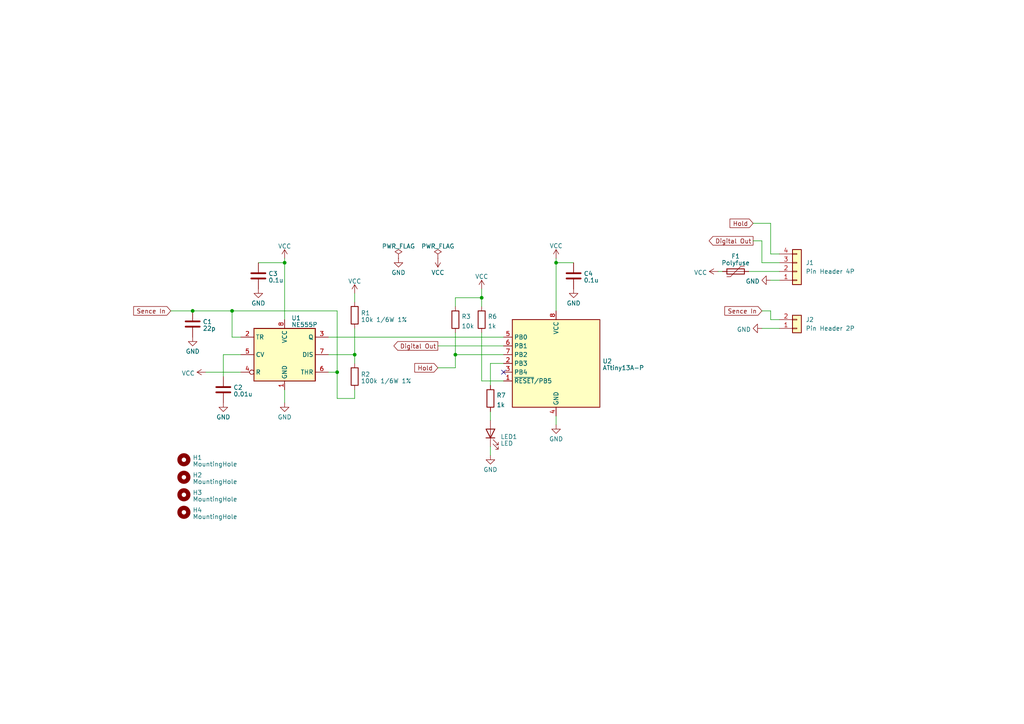
<source format=kicad_sch>
(kicad_sch (version 20230121) (generator eeschema)

  (uuid b9985fc6-a3f4-4e88-a83c-f75479cecfba)

  (paper "A4")

  (title_block
    (title "Capacitive Rain Sensor Detector")
    (rev "1.00")
  )

  (lib_symbols
    (symbol "Connector_Generic:Conn_01x02" (pin_names (offset 1.016) hide) (in_bom yes) (on_board yes)
      (property "Reference" "J" (at 0 2.54 0)
        (effects (font (size 1.27 1.27)))
      )
      (property "Value" "Conn_01x02" (at 0 -5.08 0)
        (effects (font (size 1.27 1.27)))
      )
      (property "Footprint" "" (at 0 0 0)
        (effects (font (size 1.27 1.27)) hide)
      )
      (property "Datasheet" "~" (at 0 0 0)
        (effects (font (size 1.27 1.27)) hide)
      )
      (property "ki_keywords" "connector" (at 0 0 0)
        (effects (font (size 1.27 1.27)) hide)
      )
      (property "ki_description" "Generic connector, single row, 01x02, script generated (kicad-library-utils/schlib/autogen/connector/)" (at 0 0 0)
        (effects (font (size 1.27 1.27)) hide)
      )
      (property "ki_fp_filters" "Connector*:*_1x??_*" (at 0 0 0)
        (effects (font (size 1.27 1.27)) hide)
      )
      (symbol "Conn_01x02_1_1"
        (rectangle (start -1.27 -2.413) (end 0 -2.667)
          (stroke (width 0.1524) (type default))
          (fill (type none))
        )
        (rectangle (start -1.27 0.127) (end 0 -0.127)
          (stroke (width 0.1524) (type default))
          (fill (type none))
        )
        (rectangle (start -1.27 1.27) (end 1.27 -3.81)
          (stroke (width 0.254) (type default))
          (fill (type background))
        )
        (pin passive line (at -5.08 0 0) (length 3.81)
          (name "Pin_1" (effects (font (size 1.27 1.27))))
          (number "1" (effects (font (size 1.27 1.27))))
        )
        (pin passive line (at -5.08 -2.54 0) (length 3.81)
          (name "Pin_2" (effects (font (size 1.27 1.27))))
          (number "2" (effects (font (size 1.27 1.27))))
        )
      )
    )
    (symbol "Connector_Generic:Conn_01x04" (pin_names (offset 1.016) hide) (in_bom yes) (on_board yes)
      (property "Reference" "J" (at 0 5.08 0)
        (effects (font (size 1.27 1.27)))
      )
      (property "Value" "Conn_01x04" (at 0 -7.62 0)
        (effects (font (size 1.27 1.27)))
      )
      (property "Footprint" "" (at 0 0 0)
        (effects (font (size 1.27 1.27)) hide)
      )
      (property "Datasheet" "~" (at 0 0 0)
        (effects (font (size 1.27 1.27)) hide)
      )
      (property "ki_keywords" "connector" (at 0 0 0)
        (effects (font (size 1.27 1.27)) hide)
      )
      (property "ki_description" "Generic connector, single row, 01x04, script generated (kicad-library-utils/schlib/autogen/connector/)" (at 0 0 0)
        (effects (font (size 1.27 1.27)) hide)
      )
      (property "ki_fp_filters" "Connector*:*_1x??_*" (at 0 0 0)
        (effects (font (size 1.27 1.27)) hide)
      )
      (symbol "Conn_01x04_1_1"
        (rectangle (start -1.27 -4.953) (end 0 -5.207)
          (stroke (width 0.1524) (type default))
          (fill (type none))
        )
        (rectangle (start -1.27 -2.413) (end 0 -2.667)
          (stroke (width 0.1524) (type default))
          (fill (type none))
        )
        (rectangle (start -1.27 0.127) (end 0 -0.127)
          (stroke (width 0.1524) (type default))
          (fill (type none))
        )
        (rectangle (start -1.27 2.667) (end 0 2.413)
          (stroke (width 0.1524) (type default))
          (fill (type none))
        )
        (rectangle (start -1.27 3.81) (end 1.27 -6.35)
          (stroke (width 0.254) (type default))
          (fill (type background))
        )
        (pin passive line (at -5.08 2.54 0) (length 3.81)
          (name "Pin_1" (effects (font (size 1.27 1.27))))
          (number "1" (effects (font (size 1.27 1.27))))
        )
        (pin passive line (at -5.08 0 0) (length 3.81)
          (name "Pin_2" (effects (font (size 1.27 1.27))))
          (number "2" (effects (font (size 1.27 1.27))))
        )
        (pin passive line (at -5.08 -2.54 0) (length 3.81)
          (name "Pin_3" (effects (font (size 1.27 1.27))))
          (number "3" (effects (font (size 1.27 1.27))))
        )
        (pin passive line (at -5.08 -5.08 0) (length 3.81)
          (name "Pin_4" (effects (font (size 1.27 1.27))))
          (number "4" (effects (font (size 1.27 1.27))))
        )
      )
    )
    (symbol "Device:C" (pin_numbers hide) (pin_names (offset 0.254)) (in_bom yes) (on_board yes)
      (property "Reference" "C" (at 0.635 2.54 0)
        (effects (font (size 1.27 1.27)) (justify left))
      )
      (property "Value" "C" (at 0.635 -2.54 0)
        (effects (font (size 1.27 1.27)) (justify left))
      )
      (property "Footprint" "" (at 0.9652 -3.81 0)
        (effects (font (size 1.27 1.27)) hide)
      )
      (property "Datasheet" "~" (at 0 0 0)
        (effects (font (size 1.27 1.27)) hide)
      )
      (property "ki_keywords" "cap capacitor" (at 0 0 0)
        (effects (font (size 1.27 1.27)) hide)
      )
      (property "ki_description" "Unpolarized capacitor" (at 0 0 0)
        (effects (font (size 1.27 1.27)) hide)
      )
      (property "ki_fp_filters" "C_*" (at 0 0 0)
        (effects (font (size 1.27 1.27)) hide)
      )
      (symbol "C_0_1"
        (polyline
          (pts
            (xy -2.032 -0.762)
            (xy 2.032 -0.762)
          )
          (stroke (width 0.508) (type default))
          (fill (type none))
        )
        (polyline
          (pts
            (xy -2.032 0.762)
            (xy 2.032 0.762)
          )
          (stroke (width 0.508) (type default))
          (fill (type none))
        )
      )
      (symbol "C_1_1"
        (pin passive line (at 0 3.81 270) (length 2.794)
          (name "~" (effects (font (size 1.27 1.27))))
          (number "1" (effects (font (size 1.27 1.27))))
        )
        (pin passive line (at 0 -3.81 90) (length 2.794)
          (name "~" (effects (font (size 1.27 1.27))))
          (number "2" (effects (font (size 1.27 1.27))))
        )
      )
    )
    (symbol "Device:LED" (pin_numbers hide) (pin_names (offset 1.016) hide) (in_bom yes) (on_board yes)
      (property "Reference" "D" (at 0 2.54 0)
        (effects (font (size 1.27 1.27)))
      )
      (property "Value" "LED" (at 0 -2.54 0)
        (effects (font (size 1.27 1.27)))
      )
      (property "Footprint" "" (at 0 0 0)
        (effects (font (size 1.27 1.27)) hide)
      )
      (property "Datasheet" "~" (at 0 0 0)
        (effects (font (size 1.27 1.27)) hide)
      )
      (property "ki_keywords" "LED diode" (at 0 0 0)
        (effects (font (size 1.27 1.27)) hide)
      )
      (property "ki_description" "Light emitting diode" (at 0 0 0)
        (effects (font (size 1.27 1.27)) hide)
      )
      (property "ki_fp_filters" "LED* LED_SMD:* LED_THT:*" (at 0 0 0)
        (effects (font (size 1.27 1.27)) hide)
      )
      (symbol "LED_0_1"
        (polyline
          (pts
            (xy -1.27 -1.27)
            (xy -1.27 1.27)
          )
          (stroke (width 0.254) (type default))
          (fill (type none))
        )
        (polyline
          (pts
            (xy -1.27 0)
            (xy 1.27 0)
          )
          (stroke (width 0) (type default))
          (fill (type none))
        )
        (polyline
          (pts
            (xy 1.27 -1.27)
            (xy 1.27 1.27)
            (xy -1.27 0)
            (xy 1.27 -1.27)
          )
          (stroke (width 0.254) (type default))
          (fill (type none))
        )
        (polyline
          (pts
            (xy -3.048 -0.762)
            (xy -4.572 -2.286)
            (xy -3.81 -2.286)
            (xy -4.572 -2.286)
            (xy -4.572 -1.524)
          )
          (stroke (width 0) (type default))
          (fill (type none))
        )
        (polyline
          (pts
            (xy -1.778 -0.762)
            (xy -3.302 -2.286)
            (xy -2.54 -2.286)
            (xy -3.302 -2.286)
            (xy -3.302 -1.524)
          )
          (stroke (width 0) (type default))
          (fill (type none))
        )
      )
      (symbol "LED_1_1"
        (pin passive line (at -3.81 0 0) (length 2.54)
          (name "K" (effects (font (size 1.27 1.27))))
          (number "1" (effects (font (size 1.27 1.27))))
        )
        (pin passive line (at 3.81 0 180) (length 2.54)
          (name "A" (effects (font (size 1.27 1.27))))
          (number "2" (effects (font (size 1.27 1.27))))
        )
      )
    )
    (symbol "Device:Polyfuse" (pin_numbers hide) (pin_names (offset 0)) (in_bom yes) (on_board yes)
      (property "Reference" "F" (at -2.54 0 90)
        (effects (font (size 1.27 1.27)))
      )
      (property "Value" "Polyfuse" (at 2.54 0 90)
        (effects (font (size 1.27 1.27)))
      )
      (property "Footprint" "" (at 1.27 -5.08 0)
        (effects (font (size 1.27 1.27)) (justify left) hide)
      )
      (property "Datasheet" "~" (at 0 0 0)
        (effects (font (size 1.27 1.27)) hide)
      )
      (property "ki_keywords" "resettable fuse PTC PPTC polyfuse polyswitch" (at 0 0 0)
        (effects (font (size 1.27 1.27)) hide)
      )
      (property "ki_description" "Resettable fuse, polymeric positive temperature coefficient" (at 0 0 0)
        (effects (font (size 1.27 1.27)) hide)
      )
      (property "ki_fp_filters" "*polyfuse* *PTC*" (at 0 0 0)
        (effects (font (size 1.27 1.27)) hide)
      )
      (symbol "Polyfuse_0_1"
        (rectangle (start -0.762 2.54) (end 0.762 -2.54)
          (stroke (width 0.254) (type default))
          (fill (type none))
        )
        (polyline
          (pts
            (xy 0 2.54)
            (xy 0 -2.54)
          )
          (stroke (width 0) (type default))
          (fill (type none))
        )
        (polyline
          (pts
            (xy -1.524 2.54)
            (xy -1.524 1.524)
            (xy 1.524 -1.524)
            (xy 1.524 -2.54)
          )
          (stroke (width 0) (type default))
          (fill (type none))
        )
      )
      (symbol "Polyfuse_1_1"
        (pin passive line (at 0 3.81 270) (length 1.27)
          (name "~" (effects (font (size 1.27 1.27))))
          (number "1" (effects (font (size 1.27 1.27))))
        )
        (pin passive line (at 0 -3.81 90) (length 1.27)
          (name "~" (effects (font (size 1.27 1.27))))
          (number "2" (effects (font (size 1.27 1.27))))
        )
      )
    )
    (symbol "Device:R" (pin_numbers hide) (pin_names (offset 0)) (in_bom yes) (on_board yes)
      (property "Reference" "R" (at 2.032 0 90)
        (effects (font (size 1.27 1.27)))
      )
      (property "Value" "R" (at 0 0 90)
        (effects (font (size 1.27 1.27)))
      )
      (property "Footprint" "" (at -1.778 0 90)
        (effects (font (size 1.27 1.27)) hide)
      )
      (property "Datasheet" "~" (at 0 0 0)
        (effects (font (size 1.27 1.27)) hide)
      )
      (property "ki_keywords" "R res resistor" (at 0 0 0)
        (effects (font (size 1.27 1.27)) hide)
      )
      (property "ki_description" "Resistor" (at 0 0 0)
        (effects (font (size 1.27 1.27)) hide)
      )
      (property "ki_fp_filters" "R_*" (at 0 0 0)
        (effects (font (size 1.27 1.27)) hide)
      )
      (symbol "R_0_1"
        (rectangle (start -1.016 -2.54) (end 1.016 2.54)
          (stroke (width 0.254) (type default))
          (fill (type none))
        )
      )
      (symbol "R_1_1"
        (pin passive line (at 0 3.81 270) (length 1.27)
          (name "~" (effects (font (size 1.27 1.27))))
          (number "1" (effects (font (size 1.27 1.27))))
        )
        (pin passive line (at 0 -3.81 90) (length 1.27)
          (name "~" (effects (font (size 1.27 1.27))))
          (number "2" (effects (font (size 1.27 1.27))))
        )
      )
    )
    (symbol "MCU_Microchip_ATtiny:ATtiny13A-P" (in_bom yes) (on_board yes)
      (property "Reference" "U" (at -12.7 13.97 0)
        (effects (font (size 1.27 1.27)) (justify left bottom))
      )
      (property "Value" "ATtiny13A-P" (at 2.54 -13.97 0)
        (effects (font (size 1.27 1.27)) (justify left top))
      )
      (property "Footprint" "Package_DIP:DIP-8_W7.62mm" (at 0 0 0)
        (effects (font (size 1.27 1.27) italic) hide)
      )
      (property "Datasheet" "http://ww1.microchip.com/downloads/en/DeviceDoc/doc8126.pdf" (at 0 0 0)
        (effects (font (size 1.27 1.27)) hide)
      )
      (property "ki_keywords" "AVR 8bit Microcontroller tinyAVR" (at 0 0 0)
        (effects (font (size 1.27 1.27)) hide)
      )
      (property "ki_description" "20MHz, 1kB Flash, 64B SRAM, 64B EEPROM, debugWIRE, DIP-8" (at 0 0 0)
        (effects (font (size 1.27 1.27)) hide)
      )
      (property "ki_fp_filters" "DIP*W7.62mm*" (at 0 0 0)
        (effects (font (size 1.27 1.27)) hide)
      )
      (symbol "ATtiny13A-P_0_1"
        (rectangle (start -12.7 -12.7) (end 12.7 12.7)
          (stroke (width 0.254) (type default))
          (fill (type background))
        )
      )
      (symbol "ATtiny13A-P_1_1"
        (pin bidirectional line (at 15.24 -5.08 180) (length 2.54)
          (name "~{RESET}/PB5" (effects (font (size 1.27 1.27))))
          (number "1" (effects (font (size 1.27 1.27))))
        )
        (pin bidirectional line (at 15.24 0 180) (length 2.54)
          (name "PB3" (effects (font (size 1.27 1.27))))
          (number "2" (effects (font (size 1.27 1.27))))
        )
        (pin bidirectional line (at 15.24 -2.54 180) (length 2.54)
          (name "PB4" (effects (font (size 1.27 1.27))))
          (number "3" (effects (font (size 1.27 1.27))))
        )
        (pin power_in line (at 0 -15.24 90) (length 2.54)
          (name "GND" (effects (font (size 1.27 1.27))))
          (number "4" (effects (font (size 1.27 1.27))))
        )
        (pin bidirectional line (at 15.24 7.62 180) (length 2.54)
          (name "PB0" (effects (font (size 1.27 1.27))))
          (number "5" (effects (font (size 1.27 1.27))))
        )
        (pin bidirectional line (at 15.24 5.08 180) (length 2.54)
          (name "PB1" (effects (font (size 1.27 1.27))))
          (number "6" (effects (font (size 1.27 1.27))))
        )
        (pin bidirectional line (at 15.24 2.54 180) (length 2.54)
          (name "PB2" (effects (font (size 1.27 1.27))))
          (number "7" (effects (font (size 1.27 1.27))))
        )
        (pin power_in line (at 0 15.24 270) (length 2.54)
          (name "VCC" (effects (font (size 1.27 1.27))))
          (number "8" (effects (font (size 1.27 1.27))))
        )
      )
    )
    (symbol "Mechanical:MountingHole" (pin_names (offset 1.016)) (in_bom yes) (on_board yes)
      (property "Reference" "H" (at 0 5.08 0)
        (effects (font (size 1.27 1.27)))
      )
      (property "Value" "MountingHole" (at 0 3.175 0)
        (effects (font (size 1.27 1.27)))
      )
      (property "Footprint" "" (at 0 0 0)
        (effects (font (size 1.27 1.27)) hide)
      )
      (property "Datasheet" "~" (at 0 0 0)
        (effects (font (size 1.27 1.27)) hide)
      )
      (property "ki_keywords" "mounting hole" (at 0 0 0)
        (effects (font (size 1.27 1.27)) hide)
      )
      (property "ki_description" "Mounting Hole without connection" (at 0 0 0)
        (effects (font (size 1.27 1.27)) hide)
      )
      (property "ki_fp_filters" "MountingHole*" (at 0 0 0)
        (effects (font (size 1.27 1.27)) hide)
      )
      (symbol "MountingHole_0_1"
        (circle (center 0 0) (radius 1.27)
          (stroke (width 1.27) (type default))
          (fill (type none))
        )
      )
    )
    (symbol "Timer:NE555P" (in_bom yes) (on_board yes)
      (property "Reference" "U" (at -10.16 8.89 0)
        (effects (font (size 1.27 1.27)) (justify left))
      )
      (property "Value" "NE555P" (at 2.54 8.89 0)
        (effects (font (size 1.27 1.27)) (justify left))
      )
      (property "Footprint" "Package_DIP:DIP-8_W7.62mm" (at 16.51 -10.16 0)
        (effects (font (size 1.27 1.27)) hide)
      )
      (property "Datasheet" "http://www.ti.com/lit/ds/symlink/ne555.pdf" (at 21.59 -10.16 0)
        (effects (font (size 1.27 1.27)) hide)
      )
      (property "ki_keywords" "single timer 555" (at 0 0 0)
        (effects (font (size 1.27 1.27)) hide)
      )
      (property "ki_description" "Precision Timers, 555 compatible,  PDIP-8" (at 0 0 0)
        (effects (font (size 1.27 1.27)) hide)
      )
      (property "ki_fp_filters" "DIP*W7.62mm*" (at 0 0 0)
        (effects (font (size 1.27 1.27)) hide)
      )
      (symbol "NE555P_0_0"
        (pin power_in line (at 0 -10.16 90) (length 2.54)
          (name "GND" (effects (font (size 1.27 1.27))))
          (number "1" (effects (font (size 1.27 1.27))))
        )
        (pin power_in line (at 0 10.16 270) (length 2.54)
          (name "VCC" (effects (font (size 1.27 1.27))))
          (number "8" (effects (font (size 1.27 1.27))))
        )
      )
      (symbol "NE555P_0_1"
        (rectangle (start -8.89 -7.62) (end 8.89 7.62)
          (stroke (width 0.254) (type default))
          (fill (type background))
        )
        (rectangle (start -8.89 -7.62) (end 8.89 7.62)
          (stroke (width 0.254) (type default))
          (fill (type background))
        )
      )
      (symbol "NE555P_1_1"
        (pin input line (at -12.7 5.08 0) (length 3.81)
          (name "TR" (effects (font (size 1.27 1.27))))
          (number "2" (effects (font (size 1.27 1.27))))
        )
        (pin output line (at 12.7 5.08 180) (length 3.81)
          (name "Q" (effects (font (size 1.27 1.27))))
          (number "3" (effects (font (size 1.27 1.27))))
        )
        (pin input inverted (at -12.7 -5.08 0) (length 3.81)
          (name "R" (effects (font (size 1.27 1.27))))
          (number "4" (effects (font (size 1.27 1.27))))
        )
        (pin input line (at -12.7 0 0) (length 3.81)
          (name "CV" (effects (font (size 1.27 1.27))))
          (number "5" (effects (font (size 1.27 1.27))))
        )
        (pin input line (at 12.7 -5.08 180) (length 3.81)
          (name "THR" (effects (font (size 1.27 1.27))))
          (number "6" (effects (font (size 1.27 1.27))))
        )
        (pin input line (at 12.7 0 180) (length 3.81)
          (name "DIS" (effects (font (size 1.27 1.27))))
          (number "7" (effects (font (size 1.27 1.27))))
        )
      )
    )
    (symbol "power:GND" (power) (pin_names (offset 0)) (in_bom yes) (on_board yes)
      (property "Reference" "#PWR" (at 0 -6.35 0)
        (effects (font (size 1.27 1.27)) hide)
      )
      (property "Value" "GND" (at 0 -3.81 0)
        (effects (font (size 1.27 1.27)))
      )
      (property "Footprint" "" (at 0 0 0)
        (effects (font (size 1.27 1.27)) hide)
      )
      (property "Datasheet" "" (at 0 0 0)
        (effects (font (size 1.27 1.27)) hide)
      )
      (property "ki_keywords" "global power" (at 0 0 0)
        (effects (font (size 1.27 1.27)) hide)
      )
      (property "ki_description" "Power symbol creates a global label with name \"GND\" , ground" (at 0 0 0)
        (effects (font (size 1.27 1.27)) hide)
      )
      (symbol "GND_0_1"
        (polyline
          (pts
            (xy 0 0)
            (xy 0 -1.27)
            (xy 1.27 -1.27)
            (xy 0 -2.54)
            (xy -1.27 -1.27)
            (xy 0 -1.27)
          )
          (stroke (width 0) (type default))
          (fill (type none))
        )
      )
      (symbol "GND_1_1"
        (pin power_in line (at 0 0 270) (length 0) hide
          (name "GND" (effects (font (size 1.27 1.27))))
          (number "1" (effects (font (size 1.27 1.27))))
        )
      )
    )
    (symbol "power:PWR_FLAG" (power) (pin_numbers hide) (pin_names (offset 0) hide) (in_bom yes) (on_board yes)
      (property "Reference" "#FLG" (at 0 1.905 0)
        (effects (font (size 1.27 1.27)) hide)
      )
      (property "Value" "PWR_FLAG" (at 0 3.81 0)
        (effects (font (size 1.27 1.27)))
      )
      (property "Footprint" "" (at 0 0 0)
        (effects (font (size 1.27 1.27)) hide)
      )
      (property "Datasheet" "~" (at 0 0 0)
        (effects (font (size 1.27 1.27)) hide)
      )
      (property "ki_keywords" "flag power" (at 0 0 0)
        (effects (font (size 1.27 1.27)) hide)
      )
      (property "ki_description" "Special symbol for telling ERC where power comes from" (at 0 0 0)
        (effects (font (size 1.27 1.27)) hide)
      )
      (symbol "PWR_FLAG_0_0"
        (pin power_out line (at 0 0 90) (length 0)
          (name "pwr" (effects (font (size 1.27 1.27))))
          (number "1" (effects (font (size 1.27 1.27))))
        )
      )
      (symbol "PWR_FLAG_0_1"
        (polyline
          (pts
            (xy 0 0)
            (xy 0 1.27)
            (xy -1.016 1.905)
            (xy 0 2.54)
            (xy 1.016 1.905)
            (xy 0 1.27)
          )
          (stroke (width 0) (type default))
          (fill (type none))
        )
      )
    )
    (symbol "power:VCC" (power) (pin_names (offset 0)) (in_bom yes) (on_board yes)
      (property "Reference" "#PWR" (at 0 -3.81 0)
        (effects (font (size 1.27 1.27)) hide)
      )
      (property "Value" "VCC" (at 0 3.81 0)
        (effects (font (size 1.27 1.27)))
      )
      (property "Footprint" "" (at 0 0 0)
        (effects (font (size 1.27 1.27)) hide)
      )
      (property "Datasheet" "" (at 0 0 0)
        (effects (font (size 1.27 1.27)) hide)
      )
      (property "ki_keywords" "global power" (at 0 0 0)
        (effects (font (size 1.27 1.27)) hide)
      )
      (property "ki_description" "Power symbol creates a global label with name \"VCC\"" (at 0 0 0)
        (effects (font (size 1.27 1.27)) hide)
      )
      (symbol "VCC_0_1"
        (polyline
          (pts
            (xy -0.762 1.27)
            (xy 0 2.54)
          )
          (stroke (width 0) (type default))
          (fill (type none))
        )
        (polyline
          (pts
            (xy 0 0)
            (xy 0 2.54)
          )
          (stroke (width 0) (type default))
          (fill (type none))
        )
        (polyline
          (pts
            (xy 0 2.54)
            (xy 0.762 1.27)
          )
          (stroke (width 0) (type default))
          (fill (type none))
        )
      )
      (symbol "VCC_1_1"
        (pin power_in line (at 0 0 90) (length 0) hide
          (name "VCC" (effects (font (size 1.27 1.27))))
          (number "1" (effects (font (size 1.27 1.27))))
        )
      )
    )
  )

  (junction (at 161.29 76.2) (diameter 0) (color 0 0 0 0)
    (uuid 1ab6ca7d-3761-4027-91e5-bbd2d0d440c7)
  )
  (junction (at 132.08 102.87) (diameter 0) (color 0 0 0 0)
    (uuid 27239017-ab59-43e1-93ea-8390c8ee78f2)
  )
  (junction (at 97.79 107.95) (diameter 0) (color 0 0 0 0)
    (uuid 2bc534aa-d54a-4161-9393-3a61f588b22e)
  )
  (junction (at 139.7 86.36) (diameter 0) (color 0 0 0 0)
    (uuid 70573af5-30fa-491d-bed7-295bcffdeeb5)
  )
  (junction (at 82.55 76.2) (diameter 0) (color 0 0 0 0)
    (uuid 71b4acf2-9f80-4902-bf17-6eb929bb27b0)
  )
  (junction (at 67.31 90.17) (diameter 0) (color 0 0 0 0)
    (uuid 93679055-3802-486c-921b-e00ee0837933)
  )
  (junction (at 55.88 90.17) (diameter 0) (color 0 0 0 0)
    (uuid 9874420b-3122-4576-9c1a-10b2370bdfef)
  )
  (junction (at 102.87 102.87) (diameter 0) (color 0 0 0 0)
    (uuid f32a8d6f-f753-43cc-96c4-df887cb38f77)
  )

  (no_connect (at 146.05 107.95) (uuid 9335f378-7d14-4efd-984e-25c89376f144))

  (wire (pts (xy 55.88 90.17) (xy 67.31 90.17))
    (stroke (width 0) (type default))
    (uuid 017c3514-f4a3-4910-954a-0da9f3597392)
  )
  (wire (pts (xy 102.87 115.57) (xy 97.79 115.57))
    (stroke (width 0) (type default))
    (uuid 073b9a16-9215-407e-ba5d-cbf05ef95d40)
  )
  (wire (pts (xy 67.31 90.17) (xy 97.79 90.17))
    (stroke (width 0) (type default))
    (uuid 083a6602-4605-4cb8-9783-b2b46c85e331)
  )
  (wire (pts (xy 95.25 102.87) (xy 102.87 102.87))
    (stroke (width 0) (type default))
    (uuid 0a146dfc-2a2b-455a-b384-83a47c8ee192)
  )
  (wire (pts (xy 64.77 102.87) (xy 69.85 102.87))
    (stroke (width 0) (type default))
    (uuid 0ac0ed7d-11a8-446a-9dad-c420ff7021db)
  )
  (wire (pts (xy 102.87 113.03) (xy 102.87 115.57))
    (stroke (width 0) (type default))
    (uuid 0d5ea4a7-5c8f-44c0-9049-05f0f49c4783)
  )
  (wire (pts (xy 223.52 73.66) (xy 226.06 73.66))
    (stroke (width 0) (type default))
    (uuid 0e53a961-73c8-47ce-b9a2-d3d757bb95c4)
  )
  (wire (pts (xy 142.24 121.92) (xy 142.24 119.38))
    (stroke (width 0) (type default))
    (uuid 16945273-29b3-412d-9055-ee0c9896386e)
  )
  (wire (pts (xy 97.79 115.57) (xy 97.79 107.95))
    (stroke (width 0) (type default))
    (uuid 1c7fd46f-4d8e-4066-b4ff-6845c42e176e)
  )
  (wire (pts (xy 217.17 78.74) (xy 226.06 78.74))
    (stroke (width 0) (type default))
    (uuid 1dbe990c-5798-4171-b3a0-061550534993)
  )
  (wire (pts (xy 82.55 76.2) (xy 82.55 92.71))
    (stroke (width 0) (type default))
    (uuid 1eba2146-83b4-49d7-80d3-c64815eb293e)
  )
  (wire (pts (xy 139.7 110.49) (xy 146.05 110.49))
    (stroke (width 0) (type default))
    (uuid 224733b8-1960-48de-b344-66aec2b7391d)
  )
  (wire (pts (xy 220.98 90.17) (xy 223.52 90.17))
    (stroke (width 0) (type default))
    (uuid 228d8b37-fd24-48df-aa1e-2201c9da10c1)
  )
  (wire (pts (xy 102.87 102.87) (xy 102.87 105.41))
    (stroke (width 0) (type default))
    (uuid 24eb0f46-0946-4904-acda-515959528ed8)
  )
  (wire (pts (xy 223.52 90.17) (xy 223.52 92.71))
    (stroke (width 0) (type default))
    (uuid 26f55cdd-0ac7-42c4-b0de-5f2f8c9df88a)
  )
  (wire (pts (xy 82.55 74.93) (xy 82.55 76.2))
    (stroke (width 0) (type default))
    (uuid 2be1b9f5-4582-4523-b3bf-2ef54be5ef3d)
  )
  (wire (pts (xy 95.25 97.79) (xy 146.05 97.79))
    (stroke (width 0) (type default))
    (uuid 2cf0bcfd-5dbd-4c21-a230-11d125af8cd9)
  )
  (wire (pts (xy 223.52 64.77) (xy 223.52 73.66))
    (stroke (width 0) (type default))
    (uuid 394bb550-be17-4d05-a2b2-97508d11f78a)
  )
  (wire (pts (xy 59.69 107.95) (xy 69.85 107.95))
    (stroke (width 0) (type default))
    (uuid 3c9df542-31e9-434a-9c6b-9863bcef0d36)
  )
  (wire (pts (xy 132.08 102.87) (xy 132.08 106.68))
    (stroke (width 0) (type default))
    (uuid 3cbac628-05e1-412f-a073-17de0f9e205e)
  )
  (wire (pts (xy 139.7 86.36) (xy 139.7 88.9))
    (stroke (width 0) (type default))
    (uuid 404f5bdf-cd6b-4952-a01a-113b2bb04569)
  )
  (wire (pts (xy 161.29 76.2) (xy 161.29 90.17))
    (stroke (width 0) (type default))
    (uuid 48005f12-1ebd-4dfc-9bc4-32c66447c0eb)
  )
  (wire (pts (xy 220.98 76.2) (xy 226.06 76.2))
    (stroke (width 0) (type default))
    (uuid 516f55b7-fe6b-45ae-948e-3f20e8e804dd)
  )
  (wire (pts (xy 142.24 132.08) (xy 142.24 129.54))
    (stroke (width 0) (type default))
    (uuid 58fbc3e5-39fa-4b1a-8a7e-d82035092b2a)
  )
  (wire (pts (xy 161.29 76.2) (xy 166.37 76.2))
    (stroke (width 0) (type default))
    (uuid 59d8a36d-a4e9-4b9b-83e9-064d7dba7972)
  )
  (wire (pts (xy 49.53 90.17) (xy 55.88 90.17))
    (stroke (width 0) (type default))
    (uuid 5b3a256e-bb56-4056-be9d-c5dd014c2243)
  )
  (wire (pts (xy 139.7 96.52) (xy 139.7 110.49))
    (stroke (width 0) (type default))
    (uuid 6058cf38-478e-4c6a-ba98-13beda1b5824)
  )
  (wire (pts (xy 82.55 113.03) (xy 82.55 116.84))
    (stroke (width 0) (type default))
    (uuid 627e7c6b-911e-418f-bcbd-eb691287c187)
  )
  (wire (pts (xy 64.77 109.22) (xy 64.77 102.87))
    (stroke (width 0) (type default))
    (uuid 652257d1-39c5-4790-9642-f4bac942d4b2)
  )
  (wire (pts (xy 146.05 105.41) (xy 142.24 105.41))
    (stroke (width 0) (type default))
    (uuid 6d929de8-0a9c-40de-9715-d551f6db2582)
  )
  (wire (pts (xy 226.06 81.28) (xy 223.52 81.28))
    (stroke (width 0) (type default))
    (uuid 75d7632a-b983-440b-a06e-89525d715a52)
  )
  (wire (pts (xy 97.79 90.17) (xy 97.79 107.95))
    (stroke (width 0) (type default))
    (uuid 81cd1490-c593-4d47-ab28-7447c0996b12)
  )
  (wire (pts (xy 67.31 97.79) (xy 67.31 90.17))
    (stroke (width 0) (type default))
    (uuid 855b73af-7529-480d-88d1-b8e816683f5a)
  )
  (wire (pts (xy 102.87 95.25) (xy 102.87 102.87))
    (stroke (width 0) (type default))
    (uuid 88052c1a-7d07-418c-99c2-04700b61762b)
  )
  (wire (pts (xy 161.29 123.19) (xy 161.29 120.65))
    (stroke (width 0) (type default))
    (uuid 8b22ae0e-85f4-44de-b453-adb2ca546743)
  )
  (wire (pts (xy 220.98 69.85) (xy 220.98 76.2))
    (stroke (width 0) (type default))
    (uuid 9328ca50-009a-404d-8f29-eaa781a146e8)
  )
  (wire (pts (xy 74.93 76.2) (xy 82.55 76.2))
    (stroke (width 0) (type default))
    (uuid aa0a352b-c7f6-4716-9b41-0b2ef62351a8)
  )
  (wire (pts (xy 142.24 105.41) (xy 142.24 111.76))
    (stroke (width 0) (type default))
    (uuid b1c816bc-1e90-4321-b841-4a1f0742d340)
  )
  (wire (pts (xy 102.87 85.09) (xy 102.87 87.63))
    (stroke (width 0) (type default))
    (uuid b49b0241-9337-4fbd-8018-89b0a6fbc659)
  )
  (wire (pts (xy 220.98 95.25) (xy 226.06 95.25))
    (stroke (width 0) (type default))
    (uuid b5166bd0-3fcc-4e3d-a9b7-40c99c760afb)
  )
  (wire (pts (xy 223.52 92.71) (xy 226.06 92.71))
    (stroke (width 0) (type default))
    (uuid bb4615c2-b0c9-4461-bc9a-f0be236016cf)
  )
  (wire (pts (xy 161.29 74.93) (xy 161.29 76.2))
    (stroke (width 0) (type default))
    (uuid bc1e4cfe-e80a-4c92-8a2a-213542a751b5)
  )
  (wire (pts (xy 127 106.68) (xy 132.08 106.68))
    (stroke (width 0) (type default))
    (uuid cc9c0778-9833-4c2c-b8fd-ad6f752ac88f)
  )
  (wire (pts (xy 132.08 88.9) (xy 132.08 86.36))
    (stroke (width 0) (type default))
    (uuid cd4be7b5-0708-41cf-bb02-a6b1faf4482a)
  )
  (wire (pts (xy 218.44 69.85) (xy 220.98 69.85))
    (stroke (width 0) (type default))
    (uuid cfd59571-399d-4d86-8b31-09fc13c0faab)
  )
  (wire (pts (xy 132.08 102.87) (xy 146.05 102.87))
    (stroke (width 0) (type default))
    (uuid d7d11e1c-d959-438e-a5bf-6ae51664af75)
  )
  (wire (pts (xy 218.44 64.77) (xy 223.52 64.77))
    (stroke (width 0) (type default))
    (uuid de272b7a-addb-48e1-b46f-b7c52fd02ad3)
  )
  (wire (pts (xy 69.85 97.79) (xy 67.31 97.79))
    (stroke (width 0) (type default))
    (uuid e301a34f-97fc-4350-864f-a34b1a4901bf)
  )
  (wire (pts (xy 97.79 107.95) (xy 95.25 107.95))
    (stroke (width 0) (type default))
    (uuid ec2cfd98-9cbb-4281-aa3d-9d15e92b972f)
  )
  (wire (pts (xy 139.7 83.82) (xy 139.7 86.36))
    (stroke (width 0) (type default))
    (uuid ef5351ef-0d61-410b-818b-37421e0232b2)
  )
  (wire (pts (xy 208.28 78.74) (xy 209.55 78.74))
    (stroke (width 0) (type default))
    (uuid efcb6113-6759-4b9d-936e-a6b008c3b680)
  )
  (wire (pts (xy 127 100.33) (xy 146.05 100.33))
    (stroke (width 0) (type default))
    (uuid f7b1f2c3-f78f-491a-bf56-8910906c1b86)
  )
  (wire (pts (xy 132.08 96.52) (xy 132.08 102.87))
    (stroke (width 0) (type default))
    (uuid fa168b68-a197-43e7-8af0-2ed1c9210751)
  )
  (wire (pts (xy 132.08 86.36) (xy 139.7 86.36))
    (stroke (width 0) (type default))
    (uuid fc16b501-2b1c-4fa5-a5a0-fe88f0a9901e)
  )

  (global_label "Sence In" (shape input) (at 220.98 90.17 180) (fields_autoplaced)
    (effects (font (size 1.27 1.27)) (justify right))
    (uuid 02839eb4-740c-4643-9242-febd63a39bad)
    (property "Intersheetrefs" "${INTERSHEET_REFS}" (at 209.9341 90.17 0)
      (effects (font (size 1.27 1.27)) (justify right) hide)
    )
  )
  (global_label "Digital Out" (shape output) (at 218.44 69.85 180) (fields_autoplaced)
    (effects (font (size 1.27 1.27)) (justify right))
    (uuid 1e9395b0-733c-4ed1-905e-40f50c49f0ae)
    (property "Intersheetrefs" "${INTERSHEET_REFS}" (at 205.3985 69.85 0)
      (effects (font (size 1.27 1.27)) (justify right) hide)
    )
  )
  (global_label "Digital Out" (shape output) (at 127 100.33 180) (fields_autoplaced)
    (effects (font (size 1.27 1.27)) (justify right))
    (uuid 4697e97e-6a0a-4fb0-bdf9-99bc21ed6c36)
    (property "Intersheetrefs" "${INTERSHEET_REFS}" (at 113.9585 100.33 0)
      (effects (font (size 1.27 1.27)) (justify right) hide)
    )
  )
  (global_label "Hold" (shape input) (at 218.44 64.77 180) (fields_autoplaced)
    (effects (font (size 1.27 1.27)) (justify right))
    (uuid 54237992-2667-4648-8690-7a97dcfd6958)
    (property "Intersheetrefs" "${INTERSHEET_REFS}" (at 211.2405 64.77 0)
      (effects (font (size 1.27 1.27)) (justify right) hide)
    )
  )
  (global_label "Sence In" (shape input) (at 49.53 90.17 180) (fields_autoplaced)
    (effects (font (size 1.27 1.27)) (justify right))
    (uuid c45401e1-250d-40aa-a7a1-84cd7d4410ff)
    (property "Intersheetrefs" "${INTERSHEET_REFS}" (at 38.4841 90.17 0)
      (effects (font (size 1.27 1.27)) (justify right) hide)
    )
  )
  (global_label "Hold" (shape input) (at 127 106.68 180) (fields_autoplaced)
    (effects (font (size 1.27 1.27)) (justify right))
    (uuid f002b1ea-8f8d-440b-ade3-bf28e27efd7d)
    (property "Intersheetrefs" "${INTERSHEET_REFS}" (at 119.8005 106.68 0)
      (effects (font (size 1.27 1.27)) (justify right) hide)
    )
  )

  (symbol (lib_id "power:VCC") (at 127 74.93 180) (unit 1)
    (in_bom yes) (on_board yes) (dnp no) (fields_autoplaced)
    (uuid 013c5470-3b4e-4e40-8d76-682c4b042302)
    (property "Reference" "#PWR015" (at 127 71.12 0)
      (effects (font (size 1.27 1.27)) hide)
    )
    (property "Value" "VCC" (at 127 79.0655 0)
      (effects (font (size 1.27 1.27)))
    )
    (property "Footprint" "" (at 127 74.93 0)
      (effects (font (size 1.27 1.27)) hide)
    )
    (property "Datasheet" "" (at 127 74.93 0)
      (effects (font (size 1.27 1.27)) hide)
    )
    (pin "1" (uuid beffef50-de70-481b-929b-d6ed9d92f590))
    (instances
      (project "rain-cap-detector"
        (path "/b9985fc6-a3f4-4e88-a83c-f75479cecfba"
          (reference "#PWR015") (unit 1)
        )
      )
    )
  )

  (symbol (lib_id "Connector_Generic:Conn_01x04") (at 231.14 78.74 0) (mirror x) (unit 1)
    (in_bom yes) (on_board yes) (dnp no)
    (uuid 0251f6c6-7932-4ddf-8daa-2ec14d084fbd)
    (property "Reference" "J1" (at 233.68 76.2 0)
      (effects (font (size 1.27 1.27)) (justify left))
    )
    (property "Value" "Pin Header 4P" (at 233.68 78.74 0)
      (effects (font (size 1.27 1.27)) (justify left))
    )
    (property "Footprint" "Connector_PinHeader_2.54mm:PinHeader_1x04_P2.54mm_Vertical" (at 231.14 78.74 0)
      (effects (font (size 1.27 1.27)) hide)
    )
    (property "Datasheet" "~" (at 231.14 78.74 0)
      (effects (font (size 1.27 1.27)) hide)
    )
    (pin "1" (uuid 44f3054d-e5ea-4a30-8a6c-c46b92c5d529))
    (pin "2" (uuid ccda1c82-fbaf-4d26-89df-e1745c799be2))
    (pin "3" (uuid 90528a7d-a06a-42f3-adc2-d6af6a72fb6d))
    (pin "4" (uuid edc51596-93b9-4a01-a97c-bd3e228cc1af))
    (instances
      (project "rain-cap-detector"
        (path "/b9985fc6-a3f4-4e88-a83c-f75479cecfba"
          (reference "J1") (unit 1)
        )
      )
    )
  )

  (symbol (lib_id "Device:R") (at 102.87 91.44 0) (unit 1)
    (in_bom yes) (on_board yes) (dnp no) (fields_autoplaced)
    (uuid 08aea2b7-bb2a-4e44-804d-b2816594c40f)
    (property "Reference" "R1" (at 104.648 90.7963 0)
      (effects (font (size 1.27 1.27)) (justify left))
    )
    (property "Value" "10k 1/6W 1%" (at 104.648 92.7173 0)
      (effects (font (size 1.27 1.27)) (justify left))
    )
    (property "Footprint" "Resistor_THT:R_Axial_DIN0204_L3.6mm_D1.6mm_P5.08mm_Horizontal" (at 101.092 91.44 90)
      (effects (font (size 1.27 1.27)) hide)
    )
    (property "Datasheet" "~" (at 102.87 91.44 0)
      (effects (font (size 1.27 1.27)) hide)
    )
    (pin "1" (uuid dd4dc2d7-eba1-4fa1-af56-7182e2092952))
    (pin "2" (uuid fd5a7ef7-edb1-483e-950c-8e411aab551b))
    (instances
      (project "rain-cap-detector"
        (path "/b9985fc6-a3f4-4e88-a83c-f75479cecfba"
          (reference "R1") (unit 1)
        )
      )
    )
  )

  (symbol (lib_id "power:GND") (at 161.29 123.19 0) (unit 1)
    (in_bom yes) (on_board yes) (dnp no) (fields_autoplaced)
    (uuid 1d4f7045-d424-48a2-9dfa-831d61439ad0)
    (property "Reference" "#PWR08" (at 161.29 129.54 0)
      (effects (font (size 1.27 1.27)) hide)
    )
    (property "Value" "GND" (at 161.29 127.3255 0)
      (effects (font (size 1.27 1.27)))
    )
    (property "Footprint" "" (at 161.29 123.19 0)
      (effects (font (size 1.27 1.27)) hide)
    )
    (property "Datasheet" "" (at 161.29 123.19 0)
      (effects (font (size 1.27 1.27)) hide)
    )
    (pin "1" (uuid f4115787-4109-46ca-8954-dd2a144a687d))
    (instances
      (project "rain-cap-detector"
        (path "/b9985fc6-a3f4-4e88-a83c-f75479cecfba"
          (reference "#PWR08") (unit 1)
        )
      )
    )
  )

  (symbol (lib_id "Device:C") (at 55.88 93.98 180) (unit 1)
    (in_bom yes) (on_board yes) (dnp no) (fields_autoplaced)
    (uuid 1fbd16df-9517-4f4b-8bba-b2d3cfbe15c3)
    (property "Reference" "C1" (at 58.801 93.3363 0)
      (effects (font (size 1.27 1.27)) (justify right))
    )
    (property "Value" "22p" (at 58.801 95.2573 0)
      (effects (font (size 1.27 1.27)) (justify right))
    )
    (property "Footprint" "Capacitor_THT:C_Disc_D3.0mm_W1.6mm_P2.50mm" (at 54.9148 90.17 0)
      (effects (font (size 1.27 1.27)) hide)
    )
    (property "Datasheet" "~" (at 55.88 93.98 0)
      (effects (font (size 1.27 1.27)) hide)
    )
    (pin "1" (uuid 1440c258-9b47-49a4-8785-d51132ca404c))
    (pin "2" (uuid 41174afb-19fc-44a5-8133-eaff9c34a189))
    (instances
      (project "rain-cap-detector"
        (path "/b9985fc6-a3f4-4e88-a83c-f75479cecfba"
          (reference "C1") (unit 1)
        )
      )
    )
  )

  (symbol (lib_id "power:GND") (at 223.52 81.28 270) (unit 1)
    (in_bom yes) (on_board yes) (dnp no) (fields_autoplaced)
    (uuid 260a3159-4931-4771-9a66-fc9ac0bb77a2)
    (property "Reference" "#PWR010" (at 217.17 81.28 0)
      (effects (font (size 1.27 1.27)) hide)
    )
    (property "Value" "GND" (at 220.3451 81.5968 90)
      (effects (font (size 1.27 1.27)) (justify right))
    )
    (property "Footprint" "" (at 223.52 81.28 0)
      (effects (font (size 1.27 1.27)) hide)
    )
    (property "Datasheet" "" (at 223.52 81.28 0)
      (effects (font (size 1.27 1.27)) hide)
    )
    (pin "1" (uuid 8a3675ce-1d5e-41b7-ac27-4a249d36bfc5))
    (instances
      (project "rain-cap-detector"
        (path "/b9985fc6-a3f4-4e88-a83c-f75479cecfba"
          (reference "#PWR010") (unit 1)
        )
      )
    )
  )

  (symbol (lib_id "power:VCC") (at 139.7 83.82 0) (unit 1)
    (in_bom yes) (on_board yes) (dnp no) (fields_autoplaced)
    (uuid 3a130abf-be84-4781-ac01-cafe07169b18)
    (property "Reference" "#PWR018" (at 139.7 87.63 0)
      (effects (font (size 1.27 1.27)) hide)
    )
    (property "Value" "VCC" (at 139.7 80.2155 0)
      (effects (font (size 1.27 1.27)))
    )
    (property "Footprint" "" (at 139.7 83.82 0)
      (effects (font (size 1.27 1.27)) hide)
    )
    (property "Datasheet" "" (at 139.7 83.82 0)
      (effects (font (size 1.27 1.27)) hide)
    )
    (pin "1" (uuid f224be40-460f-46a9-af1d-64dfaa63b312))
    (instances
      (project "rain-cap-detector"
        (path "/b9985fc6-a3f4-4e88-a83c-f75479cecfba"
          (reference "#PWR018") (unit 1)
        )
      )
      (project "rain-pulse-sensor"
        (path "/e63e39d7-6ac0-4ffd-8aa3-1841a4541b55"
          (reference "#PWR08") (unit 1)
        )
      )
    )
  )

  (symbol (lib_id "power:GND") (at 115.57 74.93 0) (unit 1)
    (in_bom yes) (on_board yes) (dnp no) (fields_autoplaced)
    (uuid 3e89f81a-3f0a-45a4-b542-4764cbff3b38)
    (property "Reference" "#PWR014" (at 115.57 81.28 0)
      (effects (font (size 1.27 1.27)) hide)
    )
    (property "Value" "GND" (at 115.57 79.0655 0)
      (effects (font (size 1.27 1.27)))
    )
    (property "Footprint" "" (at 115.57 74.93 0)
      (effects (font (size 1.27 1.27)) hide)
    )
    (property "Datasheet" "" (at 115.57 74.93 0)
      (effects (font (size 1.27 1.27)) hide)
    )
    (pin "1" (uuid 20fe9110-a97c-430f-9db2-84e21f329f0d))
    (instances
      (project "rain-cap-detector"
        (path "/b9985fc6-a3f4-4e88-a83c-f75479cecfba"
          (reference "#PWR014") (unit 1)
        )
      )
    )
  )

  (symbol (lib_id "power:PWR_FLAG") (at 115.57 74.93 0) (unit 1)
    (in_bom yes) (on_board yes) (dnp no) (fields_autoplaced)
    (uuid 44662108-334a-46f4-a512-74a8cc4757a5)
    (property "Reference" "#FLG01" (at 115.57 73.025 0)
      (effects (font (size 1.27 1.27)) hide)
    )
    (property "Value" "PWR_FLAG" (at 115.57 71.4281 0)
      (effects (font (size 1.27 1.27)))
    )
    (property "Footprint" "" (at 115.57 74.93 0)
      (effects (font (size 1.27 1.27)) hide)
    )
    (property "Datasheet" "~" (at 115.57 74.93 0)
      (effects (font (size 1.27 1.27)) hide)
    )
    (pin "1" (uuid 81a756db-4242-423e-831f-ba9ca9ad40b6))
    (instances
      (project "rain-cap-detector"
        (path "/b9985fc6-a3f4-4e88-a83c-f75479cecfba"
          (reference "#FLG01") (unit 1)
        )
      )
    )
  )

  (symbol (lib_id "power:PWR_FLAG") (at 127 74.93 0) (unit 1)
    (in_bom yes) (on_board yes) (dnp no) (fields_autoplaced)
    (uuid 4737bdb6-69aa-4166-9f42-29b5c975e745)
    (property "Reference" "#FLG02" (at 127 73.025 0)
      (effects (font (size 1.27 1.27)) hide)
    )
    (property "Value" "PWR_FLAG" (at 127 71.4281 0)
      (effects (font (size 1.27 1.27)))
    )
    (property "Footprint" "" (at 127 74.93 0)
      (effects (font (size 1.27 1.27)) hide)
    )
    (property "Datasheet" "~" (at 127 74.93 0)
      (effects (font (size 1.27 1.27)) hide)
    )
    (pin "1" (uuid 4c34a2f4-cb32-46b1-a658-8a07ea5d08f3))
    (instances
      (project "rain-cap-detector"
        (path "/b9985fc6-a3f4-4e88-a83c-f75479cecfba"
          (reference "#FLG02") (unit 1)
        )
      )
    )
  )

  (symbol (lib_id "Device:R") (at 102.87 109.22 0) (unit 1)
    (in_bom yes) (on_board yes) (dnp no) (fields_autoplaced)
    (uuid 4bd7d844-6387-408b-82cb-228302be8227)
    (property "Reference" "R2" (at 104.648 108.5763 0)
      (effects (font (size 1.27 1.27)) (justify left))
    )
    (property "Value" "100k 1/6W 1%" (at 104.648 110.4973 0)
      (effects (font (size 1.27 1.27)) (justify left))
    )
    (property "Footprint" "Resistor_THT:R_Axial_DIN0204_L3.6mm_D1.6mm_P7.62mm_Horizontal" (at 101.092 109.22 90)
      (effects (font (size 1.27 1.27)) hide)
    )
    (property "Datasheet" "~" (at 102.87 109.22 0)
      (effects (font (size 1.27 1.27)) hide)
    )
    (pin "1" (uuid 60079260-5965-4230-b63d-4eb26fc96ae0))
    (pin "2" (uuid c9ca1cc1-6491-4868-963a-3fb716ccf701))
    (instances
      (project "rain-cap-detector"
        (path "/b9985fc6-a3f4-4e88-a83c-f75479cecfba"
          (reference "R2") (unit 1)
        )
      )
    )
  )

  (symbol (lib_id "Connector_Generic:Conn_01x02") (at 231.14 95.25 0) (mirror x) (unit 1)
    (in_bom yes) (on_board yes) (dnp no)
    (uuid 4f8ac623-e84f-492f-a9a8-1c81c4f55956)
    (property "Reference" "J2" (at 233.68 92.71 0)
      (effects (font (size 1.27 1.27)) (justify left))
    )
    (property "Value" "Pin Header 2P" (at 233.68 95.25 0)
      (effects (font (size 1.27 1.27)) (justify left))
    )
    (property "Footprint" "Connector_PinHeader_2.54mm:PinHeader_1x02_P2.54mm_Vertical" (at 231.14 95.25 0)
      (effects (font (size 1.27 1.27)) hide)
    )
    (property "Datasheet" "~" (at 231.14 95.25 0)
      (effects (font (size 1.27 1.27)) hide)
    )
    (pin "1" (uuid 6b6b4702-0c85-48ef-90d4-ccc900acd478))
    (pin "2" (uuid da738939-248e-4eb4-834d-23f926fbe109))
    (instances
      (project "rain-cap-detector"
        (path "/b9985fc6-a3f4-4e88-a83c-f75479cecfba"
          (reference "J2") (unit 1)
        )
      )
    )
  )

  (symbol (lib_id "power:VCC") (at 82.55 74.93 0) (unit 1)
    (in_bom yes) (on_board yes) (dnp no) (fields_autoplaced)
    (uuid 55cf2054-5ee2-410c-8b42-ed1dac80dab7)
    (property "Reference" "#PWR02" (at 82.55 78.74 0)
      (effects (font (size 1.27 1.27)) hide)
    )
    (property "Value" "VCC" (at 82.55 71.4281 0)
      (effects (font (size 1.27 1.27)))
    )
    (property "Footprint" "" (at 82.55 74.93 0)
      (effects (font (size 1.27 1.27)) hide)
    )
    (property "Datasheet" "" (at 82.55 74.93 0)
      (effects (font (size 1.27 1.27)) hide)
    )
    (pin "1" (uuid b7e09fe2-3c34-45df-99c0-60dafe05889f))
    (instances
      (project "rain-cap-detector"
        (path "/b9985fc6-a3f4-4e88-a83c-f75479cecfba"
          (reference "#PWR02") (unit 1)
        )
      )
    )
  )

  (symbol (lib_id "power:GND") (at 142.24 132.08 0) (unit 1)
    (in_bom yes) (on_board yes) (dnp no) (fields_autoplaced)
    (uuid 5d494cf2-6453-44af-8b20-911e59b4f082)
    (property "Reference" "#PWR09" (at 142.24 138.43 0)
      (effects (font (size 1.27 1.27)) hide)
    )
    (property "Value" "GND" (at 142.24 136.2155 0)
      (effects (font (size 1.27 1.27)))
    )
    (property "Footprint" "" (at 142.24 132.08 0)
      (effects (font (size 1.27 1.27)) hide)
    )
    (property "Datasheet" "" (at 142.24 132.08 0)
      (effects (font (size 1.27 1.27)) hide)
    )
    (pin "1" (uuid 2cb706ad-970d-4d11-b8b9-74e916898012))
    (instances
      (project "rain-cap-detector"
        (path "/b9985fc6-a3f4-4e88-a83c-f75479cecfba"
          (reference "#PWR09") (unit 1)
        )
      )
    )
  )

  (symbol (lib_id "power:GND") (at 74.93 83.82 0) (unit 1)
    (in_bom yes) (on_board yes) (dnp no) (fields_autoplaced)
    (uuid 64b110f6-4925-49b1-a991-b398033d8ab1)
    (property "Reference" "#PWR03" (at 74.93 90.17 0)
      (effects (font (size 1.27 1.27)) hide)
    )
    (property "Value" "GND" (at 74.93 87.9555 0)
      (effects (font (size 1.27 1.27)))
    )
    (property "Footprint" "" (at 74.93 83.82 0)
      (effects (font (size 1.27 1.27)) hide)
    )
    (property "Datasheet" "" (at 74.93 83.82 0)
      (effects (font (size 1.27 1.27)) hide)
    )
    (pin "1" (uuid e78158c5-1967-437a-910f-7d0101a79173))
    (instances
      (project "rain-cap-detector"
        (path "/b9985fc6-a3f4-4e88-a83c-f75479cecfba"
          (reference "#PWR03") (unit 1)
        )
      )
    )
  )

  (symbol (lib_id "Device:LED") (at 142.24 125.73 90) (unit 1)
    (in_bom yes) (on_board yes) (dnp no) (fields_autoplaced)
    (uuid 68f10186-2e37-4806-8dbf-7587c95bc537)
    (property "Reference" "LED1" (at 145.161 126.6738 90)
      (effects (font (size 1.27 1.27)) (justify right))
    )
    (property "Value" "LED" (at 145.161 128.5948 90)
      (effects (font (size 1.27 1.27)) (justify right))
    )
    (property "Footprint" "LED_THT:LED_D3.0mm" (at 142.24 125.73 0)
      (effects (font (size 1.27 1.27)) hide)
    )
    (property "Datasheet" "~" (at 142.24 125.73 0)
      (effects (font (size 1.27 1.27)) hide)
    )
    (pin "1" (uuid 94978509-ccbb-49b8-8d53-c85f84c2bbce))
    (pin "2" (uuid 6b96e607-1491-4e4d-b833-2cfdfd663bd5))
    (instances
      (project "rain-cap-detector"
        (path "/b9985fc6-a3f4-4e88-a83c-f75479cecfba"
          (reference "LED1") (unit 1)
        )
      )
      (project "rain-pulse-sensor"
        (path "/e63e39d7-6ac0-4ffd-8aa3-1841a4541b55"
          (reference "D1") (unit 1)
        )
      )
    )
  )

  (symbol (lib_id "Device:R") (at 132.08 92.71 0) (unit 1)
    (in_bom yes) (on_board yes) (dnp no)
    (uuid 6ae010b2-4f77-4a84-acab-de062fb4047b)
    (property "Reference" "R3" (at 133.858 91.8015 0)
      (effects (font (size 1.27 1.27)) (justify left))
    )
    (property "Value" "10k" (at 133.858 94.5766 0)
      (effects (font (size 1.27 1.27)) (justify left))
    )
    (property "Footprint" "Resistor_THT:R_Axial_DIN0204_L3.6mm_D1.6mm_P5.08mm_Horizontal" (at 130.302 92.71 90)
      (effects (font (size 1.27 1.27)) hide)
    )
    (property "Datasheet" "~" (at 132.08 92.71 0)
      (effects (font (size 1.27 1.27)) hide)
    )
    (pin "1" (uuid 0f357b6c-3a40-4167-86fe-0252d8768fce))
    (pin "2" (uuid f03ab60c-a4e1-42c0-839e-268f53417dea))
    (instances
      (project "rain-cap-detector"
        (path "/b9985fc6-a3f4-4e88-a83c-f75479cecfba"
          (reference "R3") (unit 1)
        )
      )
      (project "rain-pulse-sensor"
        (path "/e63e39d7-6ac0-4ffd-8aa3-1841a4541b55"
          (reference "R3") (unit 1)
        )
      )
    )
  )

  (symbol (lib_id "power:VCC") (at 208.28 78.74 90) (unit 1)
    (in_bom yes) (on_board yes) (dnp no) (fields_autoplaced)
    (uuid 6d67a63d-3c40-4e94-8a22-fe96ecae24b8)
    (property "Reference" "#PWR012" (at 212.09 78.74 0)
      (effects (font (size 1.27 1.27)) hide)
    )
    (property "Value" "VCC" (at 205.105 79.0568 90)
      (effects (font (size 1.27 1.27)) (justify left))
    )
    (property "Footprint" "" (at 208.28 78.74 0)
      (effects (font (size 1.27 1.27)) hide)
    )
    (property "Datasheet" "" (at 208.28 78.74 0)
      (effects (font (size 1.27 1.27)) hide)
    )
    (pin "1" (uuid 7f81608e-eb44-4a9c-82cf-10ce5c481b7e))
    (instances
      (project "rain-cap-detector"
        (path "/b9985fc6-a3f4-4e88-a83c-f75479cecfba"
          (reference "#PWR012") (unit 1)
        )
      )
    )
  )

  (symbol (lib_id "Device:R") (at 139.7 92.71 0) (unit 1)
    (in_bom yes) (on_board yes) (dnp no)
    (uuid 70d46032-f8be-4cec-adbf-27c676e6f56e)
    (property "Reference" "R6" (at 141.478 91.8015 0)
      (effects (font (size 1.27 1.27)) (justify left))
    )
    (property "Value" "1k" (at 141.478 94.5766 0)
      (effects (font (size 1.27 1.27)) (justify left))
    )
    (property "Footprint" "Resistor_THT:R_Axial_DIN0204_L3.6mm_D1.6mm_P5.08mm_Horizontal" (at 137.922 92.71 90)
      (effects (font (size 1.27 1.27)) hide)
    )
    (property "Datasheet" "~" (at 139.7 92.71 0)
      (effects (font (size 1.27 1.27)) hide)
    )
    (pin "1" (uuid 7c5905d9-b231-4fd6-8231-48277ed046c4))
    (pin "2" (uuid 38b1f0cb-6649-4a10-9394-4731446f8e33))
    (instances
      (project "rain-cap-detector"
        (path "/b9985fc6-a3f4-4e88-a83c-f75479cecfba"
          (reference "R6") (unit 1)
        )
      )
      (project "rain-pulse-sensor"
        (path "/e63e39d7-6ac0-4ffd-8aa3-1841a4541b55"
          (reference "R3") (unit 1)
        )
      )
    )
  )

  (symbol (lib_id "power:GND") (at 64.77 116.84 0) (unit 1)
    (in_bom yes) (on_board yes) (dnp no) (fields_autoplaced)
    (uuid 718faa77-797f-4db4-aa1d-af5091f2f2e8)
    (property "Reference" "#PWR05" (at 64.77 123.19 0)
      (effects (font (size 1.27 1.27)) hide)
    )
    (property "Value" "GND" (at 64.77 120.9755 0)
      (effects (font (size 1.27 1.27)))
    )
    (property "Footprint" "" (at 64.77 116.84 0)
      (effects (font (size 1.27 1.27)) hide)
    )
    (property "Datasheet" "" (at 64.77 116.84 0)
      (effects (font (size 1.27 1.27)) hide)
    )
    (pin "1" (uuid e53cba6d-35b4-4b51-b03f-3c2384ff203f))
    (instances
      (project "rain-cap-detector"
        (path "/b9985fc6-a3f4-4e88-a83c-f75479cecfba"
          (reference "#PWR05") (unit 1)
        )
      )
    )
  )

  (symbol (lib_id "Mechanical:MountingHole") (at 53.34 148.59 0) (unit 1)
    (in_bom yes) (on_board yes) (dnp no) (fields_autoplaced)
    (uuid 7789778d-434e-4472-8e99-bd85349bdb54)
    (property "Reference" "H4" (at 55.88 147.9463 0)
      (effects (font (size 1.27 1.27)) (justify left))
    )
    (property "Value" "MountingHole" (at 55.88 149.8673 0)
      (effects (font (size 1.27 1.27)) (justify left))
    )
    (property "Footprint" "MountingHole:MountingHole_2.2mm_M2" (at 53.34 148.59 0)
      (effects (font (size 1.27 1.27)) hide)
    )
    (property "Datasheet" "~" (at 53.34 148.59 0)
      (effects (font (size 1.27 1.27)) hide)
    )
    (instances
      (project "rain-cap-detector"
        (path "/b9985fc6-a3f4-4e88-a83c-f75479cecfba"
          (reference "H4") (unit 1)
        )
      )
    )
  )

  (symbol (lib_id "MCU_Microchip_ATtiny:ATtiny13A-P") (at 161.29 105.41 0) (mirror y) (unit 1)
    (in_bom yes) (on_board yes) (dnp no) (fields_autoplaced)
    (uuid 8358c53b-7408-4a10-b003-c6d1f9f7ce05)
    (property "Reference" "U2" (at 174.752 104.7663 0)
      (effects (font (size 1.27 1.27)) (justify right))
    )
    (property "Value" "ATtiny13A-P" (at 174.752 106.6873 0)
      (effects (font (size 1.27 1.27)) (justify right))
    )
    (property "Footprint" "Package_DIP:DIP-8_W7.62mm" (at 161.29 105.41 0)
      (effects (font (size 1.27 1.27) italic) hide)
    )
    (property "Datasheet" "http://ww1.microchip.com/downloads/en/DeviceDoc/doc8126.pdf" (at 161.29 105.41 0)
      (effects (font (size 1.27 1.27)) hide)
    )
    (pin "1" (uuid b22f9703-aa34-4b10-8848-2e6790e9d6b0))
    (pin "2" (uuid ce6646d9-3b59-42e0-947e-cede7e4b8c04))
    (pin "3" (uuid 1d01f856-15a3-414c-9799-a167cdc95268))
    (pin "4" (uuid 15cb4650-f725-4b32-ba97-51aae03784d4))
    (pin "5" (uuid 1ed8a5fb-4465-46f4-a55d-58792b0c1057))
    (pin "6" (uuid 910451c3-6598-4a66-829d-93fa16b37e08))
    (pin "7" (uuid b03e268c-ea00-4296-a7a9-1e30ed752472))
    (pin "8" (uuid 1bc70f08-1f2a-4168-b26c-446ea676d7b3))
    (instances
      (project "rain-cap-detector"
        (path "/b9985fc6-a3f4-4e88-a83c-f75479cecfba"
          (reference "U2") (unit 1)
        )
      )
    )
  )

  (symbol (lib_id "Device:C") (at 64.77 113.03 180) (unit 1)
    (in_bom yes) (on_board yes) (dnp no) (fields_autoplaced)
    (uuid 96a1ee29-ea36-46f3-8e41-0dfb19e6935b)
    (property "Reference" "C2" (at 67.691 112.3863 0)
      (effects (font (size 1.27 1.27)) (justify right))
    )
    (property "Value" "0.01u" (at 67.691 114.3073 0)
      (effects (font (size 1.27 1.27)) (justify right))
    )
    (property "Footprint" "Capacitor_THT:C_Disc_D3.0mm_W1.6mm_P2.50mm" (at 63.8048 109.22 0)
      (effects (font (size 1.27 1.27)) hide)
    )
    (property "Datasheet" "~" (at 64.77 113.03 0)
      (effects (font (size 1.27 1.27)) hide)
    )
    (pin "1" (uuid 97ecc0f6-d737-4f21-9b54-d41bf541639d))
    (pin "2" (uuid 7b3a4db5-c8a6-4f00-bf29-6f499b0fdbcc))
    (instances
      (project "rain-cap-detector"
        (path "/b9985fc6-a3f4-4e88-a83c-f75479cecfba"
          (reference "C2") (unit 1)
        )
      )
    )
  )

  (symbol (lib_id "power:GND") (at 55.88 97.79 0) (unit 1)
    (in_bom yes) (on_board yes) (dnp no) (fields_autoplaced)
    (uuid a8afb027-6646-415f-bbac-cc117f204eb4)
    (property "Reference" "#PWR011" (at 55.88 104.14 0)
      (effects (font (size 1.27 1.27)) hide)
    )
    (property "Value" "GND" (at 55.88 101.9255 0)
      (effects (font (size 1.27 1.27)))
    )
    (property "Footprint" "" (at 55.88 97.79 0)
      (effects (font (size 1.27 1.27)) hide)
    )
    (property "Datasheet" "" (at 55.88 97.79 0)
      (effects (font (size 1.27 1.27)) hide)
    )
    (pin "1" (uuid e32e7bff-4a5a-4979-b12d-1933b54bb471))
    (instances
      (project "rain-cap-detector"
        (path "/b9985fc6-a3f4-4e88-a83c-f75479cecfba"
          (reference "#PWR011") (unit 1)
        )
      )
    )
  )

  (symbol (lib_id "Device:Polyfuse") (at 213.36 78.74 90) (unit 1)
    (in_bom yes) (on_board yes) (dnp no)
    (uuid b1e132ba-f7f3-4460-9989-0d2fcde46406)
    (property "Reference" "F1" (at 213.36 74.3331 90)
      (effects (font (size 1.27 1.27)))
    )
    (property "Value" "Polyfuse" (at 213.36 76.2541 90)
      (effects (font (size 1.27 1.27)))
    )
    (property "Footprint" "Capacitor_THT:C_Disc_D4.3mm_W1.9mm_P5.00mm" (at 218.44 77.47 0)
      (effects (font (size 1.27 1.27)) (justify left) hide)
    )
    (property "Datasheet" "~" (at 213.36 78.74 0)
      (effects (font (size 1.27 1.27)) hide)
    )
    (pin "1" (uuid 0c34ccfc-b9cd-4c42-a6b3-74ad14624287))
    (pin "2" (uuid dff500dc-ade2-4220-9856-3bb0ff4961a7))
    (instances
      (project "rain-cap-detector"
        (path "/b9985fc6-a3f4-4e88-a83c-f75479cecfba"
          (reference "F1") (unit 1)
        )
      )
    )
  )

  (symbol (lib_id "power:VCC") (at 102.87 85.09 0) (unit 1)
    (in_bom yes) (on_board yes) (dnp no) (fields_autoplaced)
    (uuid b231db16-68ed-4d76-84fc-1676bee7fc48)
    (property "Reference" "#PWR06" (at 102.87 88.9 0)
      (effects (font (size 1.27 1.27)) hide)
    )
    (property "Value" "VCC" (at 102.87 81.5881 0)
      (effects (font (size 1.27 1.27)))
    )
    (property "Footprint" "" (at 102.87 85.09 0)
      (effects (font (size 1.27 1.27)) hide)
    )
    (property "Datasheet" "" (at 102.87 85.09 0)
      (effects (font (size 1.27 1.27)) hide)
    )
    (pin "1" (uuid 1d5bc9ca-cb04-45d3-9234-6d4abb355cfb))
    (instances
      (project "rain-cap-detector"
        (path "/b9985fc6-a3f4-4e88-a83c-f75479cecfba"
          (reference "#PWR06") (unit 1)
        )
      )
    )
  )

  (symbol (lib_id "power:VCC") (at 161.29 74.93 0) (unit 1)
    (in_bom yes) (on_board yes) (dnp no) (fields_autoplaced)
    (uuid c9e6ed93-da14-47bc-81f4-fb9bc139e53e)
    (property "Reference" "#PWR020" (at 161.29 78.74 0)
      (effects (font (size 1.27 1.27)) hide)
    )
    (property "Value" "VCC" (at 161.29 71.3255 0)
      (effects (font (size 1.27 1.27)))
    )
    (property "Footprint" "" (at 161.29 74.93 0)
      (effects (font (size 1.27 1.27)) hide)
    )
    (property "Datasheet" "" (at 161.29 74.93 0)
      (effects (font (size 1.27 1.27)) hide)
    )
    (pin "1" (uuid 65395e7c-fc14-4320-9838-95f6fb20b75e))
    (instances
      (project "rain-cap-detector"
        (path "/b9985fc6-a3f4-4e88-a83c-f75479cecfba"
          (reference "#PWR020") (unit 1)
        )
      )
      (project "rain-pulse-sensor"
        (path "/e63e39d7-6ac0-4ffd-8aa3-1841a4541b55"
          (reference "#PWR09") (unit 1)
        )
      )
    )
  )

  (symbol (lib_id "Mechanical:MountingHole") (at 53.34 143.51 0) (unit 1)
    (in_bom yes) (on_board yes) (dnp no) (fields_autoplaced)
    (uuid ca07e177-0867-4511-b79e-6aef0cdd722e)
    (property "Reference" "H3" (at 55.88 142.8663 0)
      (effects (font (size 1.27 1.27)) (justify left))
    )
    (property "Value" "MountingHole" (at 55.88 144.7873 0)
      (effects (font (size 1.27 1.27)) (justify left))
    )
    (property "Footprint" "MountingHole:MountingHole_2.2mm_M2" (at 53.34 143.51 0)
      (effects (font (size 1.27 1.27)) hide)
    )
    (property "Datasheet" "~" (at 53.34 143.51 0)
      (effects (font (size 1.27 1.27)) hide)
    )
    (instances
      (project "rain-cap-detector"
        (path "/b9985fc6-a3f4-4e88-a83c-f75479cecfba"
          (reference "H3") (unit 1)
        )
      )
    )
  )

  (symbol (lib_id "power:GND") (at 220.98 95.25 270) (unit 1)
    (in_bom yes) (on_board yes) (dnp no) (fields_autoplaced)
    (uuid d1967f2b-1510-412b-914e-9d6da86baf61)
    (property "Reference" "#PWR016" (at 214.63 95.25 0)
      (effects (font (size 1.27 1.27)) hide)
    )
    (property "Value" "GND" (at 217.8051 95.5668 90)
      (effects (font (size 1.27 1.27)) (justify right))
    )
    (property "Footprint" "" (at 220.98 95.25 0)
      (effects (font (size 1.27 1.27)) hide)
    )
    (property "Datasheet" "" (at 220.98 95.25 0)
      (effects (font (size 1.27 1.27)) hide)
    )
    (pin "1" (uuid 51fc503a-9606-4594-b6cb-a50459e4a76c))
    (instances
      (project "rain-cap-detector"
        (path "/b9985fc6-a3f4-4e88-a83c-f75479cecfba"
          (reference "#PWR016") (unit 1)
        )
      )
    )
  )

  (symbol (lib_id "Device:C") (at 74.93 80.01 180) (unit 1)
    (in_bom yes) (on_board yes) (dnp no) (fields_autoplaced)
    (uuid d61aa684-0ff0-40d7-be2a-55dc5cbeed99)
    (property "Reference" "C3" (at 77.851 79.3663 0)
      (effects (font (size 1.27 1.27)) (justify right))
    )
    (property "Value" "0.1u" (at 77.851 81.2873 0)
      (effects (font (size 1.27 1.27)) (justify right))
    )
    (property "Footprint" "Capacitor_THT:C_Disc_D3.0mm_W1.6mm_P2.50mm" (at 73.9648 76.2 0)
      (effects (font (size 1.27 1.27)) hide)
    )
    (property "Datasheet" "~" (at 74.93 80.01 0)
      (effects (font (size 1.27 1.27)) hide)
    )
    (pin "1" (uuid ba55c789-7cdb-4ada-93ce-b36670c42f33))
    (pin "2" (uuid 72671cf7-7a68-4287-83fc-c808016b82e2))
    (instances
      (project "rain-cap-detector"
        (path "/b9985fc6-a3f4-4e88-a83c-f75479cecfba"
          (reference "C3") (unit 1)
        )
      )
    )
  )

  (symbol (lib_id "Mechanical:MountingHole") (at 53.34 133.35 0) (unit 1)
    (in_bom yes) (on_board yes) (dnp no) (fields_autoplaced)
    (uuid dd35a6c5-bb93-4dc1-a98d-ed5a57cdb0b8)
    (property "Reference" "H1" (at 55.88 132.7063 0)
      (effects (font (size 1.27 1.27)) (justify left))
    )
    (property "Value" "MountingHole" (at 55.88 134.6273 0)
      (effects (font (size 1.27 1.27)) (justify left))
    )
    (property "Footprint" "MountingHole:MountingHole_2.2mm_M2" (at 53.34 133.35 0)
      (effects (font (size 1.27 1.27)) hide)
    )
    (property "Datasheet" "~" (at 53.34 133.35 0)
      (effects (font (size 1.27 1.27)) hide)
    )
    (instances
      (project "rain-cap-detector"
        (path "/b9985fc6-a3f4-4e88-a83c-f75479cecfba"
          (reference "H1") (unit 1)
        )
      )
    )
  )

  (symbol (lib_id "power:GND") (at 166.37 83.82 0) (unit 1)
    (in_bom yes) (on_board yes) (dnp no) (fields_autoplaced)
    (uuid e35db2fa-ee77-4a86-be39-f716338a1907)
    (property "Reference" "#PWR07" (at 166.37 90.17 0)
      (effects (font (size 1.27 1.27)) hide)
    )
    (property "Value" "GND" (at 166.37 87.9555 0)
      (effects (font (size 1.27 1.27)))
    )
    (property "Footprint" "" (at 166.37 83.82 0)
      (effects (font (size 1.27 1.27)) hide)
    )
    (property "Datasheet" "" (at 166.37 83.82 0)
      (effects (font (size 1.27 1.27)) hide)
    )
    (pin "1" (uuid 088c20ed-8d8e-4f42-a9b2-bc5d3285d3c2))
    (instances
      (project "rain-cap-detector"
        (path "/b9985fc6-a3f4-4e88-a83c-f75479cecfba"
          (reference "#PWR07") (unit 1)
        )
      )
    )
  )

  (symbol (lib_id "Timer:NE555P") (at 82.55 102.87 0) (unit 1)
    (in_bom yes) (on_board yes) (dnp no) (fields_autoplaced)
    (uuid e6731c1d-eddc-4693-b9eb-b40c25ee2f40)
    (property "Reference" "U1" (at 84.5059 92.2401 0)
      (effects (font (size 1.27 1.27)) (justify left))
    )
    (property "Value" "NE555P" (at 84.5059 94.1611 0)
      (effects (font (size 1.27 1.27)) (justify left))
    )
    (property "Footprint" "Package_DIP:DIP-8_W7.62mm" (at 99.06 113.03 0)
      (effects (font (size 1.27 1.27)) hide)
    )
    (property "Datasheet" "http://www.ti.com/lit/ds/symlink/ne555.pdf" (at 104.14 113.03 0)
      (effects (font (size 1.27 1.27)) hide)
    )
    (pin "1" (uuid 744241c0-0cd8-45df-964c-3f7f36ebe056))
    (pin "8" (uuid 6de70db6-ab6a-4f39-8727-6a89f0adfd6e))
    (pin "2" (uuid 8436d467-7678-465c-924d-ea15a7e9666d))
    (pin "3" (uuid 5815feab-594b-45f7-84cc-eebed540a707))
    (pin "4" (uuid 1e456f50-a41b-4b5b-a510-5a7323977ff1))
    (pin "5" (uuid 6eec3766-13ed-4f7a-b4d2-91b83d7c1f44))
    (pin "6" (uuid e6785a6f-1014-486a-ae40-f6a03b948a28))
    (pin "7" (uuid 1a6f3d53-4c44-4d1a-a097-daeff94fbef8))
    (instances
      (project "rain-cap-detector"
        (path "/b9985fc6-a3f4-4e88-a83c-f75479cecfba"
          (reference "U1") (unit 1)
        )
      )
    )
  )

  (symbol (lib_id "Device:C") (at 166.37 80.01 0) (unit 1)
    (in_bom yes) (on_board yes) (dnp no) (fields_autoplaced)
    (uuid e9d1e8b8-3e5a-4e16-ace1-cad79b173c1d)
    (property "Reference" "C4" (at 169.291 79.3663 0)
      (effects (font (size 1.27 1.27)) (justify left))
    )
    (property "Value" "0.1u" (at 169.291 81.2873 0)
      (effects (font (size 1.27 1.27)) (justify left))
    )
    (property "Footprint" "Capacitor_THT:C_Disc_D3.0mm_W1.6mm_P2.50mm" (at 167.3352 83.82 0)
      (effects (font (size 1.27 1.27)) hide)
    )
    (property "Datasheet" "~" (at 166.37 80.01 0)
      (effects (font (size 1.27 1.27)) hide)
    )
    (pin "1" (uuid c697ff61-6a48-45c7-8bda-66501785fce6))
    (pin "2" (uuid 0dad25a5-bab2-4d7c-a4b0-14998c0a11c2))
    (instances
      (project "rain-cap-detector"
        (path "/b9985fc6-a3f4-4e88-a83c-f75479cecfba"
          (reference "C4") (unit 1)
        )
      )
      (project "rain-pulse-sensor"
        (path "/e63e39d7-6ac0-4ffd-8aa3-1841a4541b55"
          (reference "C3") (unit 1)
        )
      )
    )
  )

  (symbol (lib_id "Device:R") (at 142.24 115.57 0) (unit 1)
    (in_bom yes) (on_board yes) (dnp no)
    (uuid ed3e705f-464e-4937-b6af-487c3ce33366)
    (property "Reference" "R7" (at 144.018 114.6615 0)
      (effects (font (size 1.27 1.27)) (justify left))
    )
    (property "Value" "1k" (at 144.018 117.4366 0)
      (effects (font (size 1.27 1.27)) (justify left))
    )
    (property "Footprint" "Resistor_THT:R_Axial_DIN0204_L3.6mm_D1.6mm_P5.08mm_Horizontal" (at 140.462 115.57 90)
      (effects (font (size 1.27 1.27)) hide)
    )
    (property "Datasheet" "~" (at 142.24 115.57 0)
      (effects (font (size 1.27 1.27)) hide)
    )
    (pin "1" (uuid 6bb93791-7dbc-42ba-8bba-ca7cc0d7657d))
    (pin "2" (uuid b15a1070-8293-4949-b852-053271aab632))
    (instances
      (project "rain-cap-detector"
        (path "/b9985fc6-a3f4-4e88-a83c-f75479cecfba"
          (reference "R7") (unit 1)
        )
      )
      (project "rain-pulse-sensor"
        (path "/e63e39d7-6ac0-4ffd-8aa3-1841a4541b55"
          (reference "R4") (unit 1)
        )
      )
    )
  )

  (symbol (lib_id "Mechanical:MountingHole") (at 53.34 138.43 0) (unit 1)
    (in_bom yes) (on_board yes) (dnp no) (fields_autoplaced)
    (uuid efc6d3db-af69-4623-b313-6acf0d4c344e)
    (property "Reference" "H2" (at 55.88 137.7863 0)
      (effects (font (size 1.27 1.27)) (justify left))
    )
    (property "Value" "MountingHole" (at 55.88 139.7073 0)
      (effects (font (size 1.27 1.27)) (justify left))
    )
    (property "Footprint" "MountingHole:MountingHole_2.2mm_M2" (at 53.34 138.43 0)
      (effects (font (size 1.27 1.27)) hide)
    )
    (property "Datasheet" "~" (at 53.34 138.43 0)
      (effects (font (size 1.27 1.27)) hide)
    )
    (instances
      (project "rain-cap-detector"
        (path "/b9985fc6-a3f4-4e88-a83c-f75479cecfba"
          (reference "H2") (unit 1)
        )
      )
    )
  )

  (symbol (lib_id "power:VCC") (at 59.69 107.95 90) (unit 1)
    (in_bom yes) (on_board yes) (dnp no) (fields_autoplaced)
    (uuid f668e06b-8688-4a95-aacc-d076ec98e5d4)
    (property "Reference" "#PWR04" (at 63.5 107.95 0)
      (effects (font (size 1.27 1.27)) hide)
    )
    (property "Value" "VCC" (at 56.515 108.2668 90)
      (effects (font (size 1.27 1.27)) (justify left))
    )
    (property "Footprint" "" (at 59.69 107.95 0)
      (effects (font (size 1.27 1.27)) hide)
    )
    (property "Datasheet" "" (at 59.69 107.95 0)
      (effects (font (size 1.27 1.27)) hide)
    )
    (pin "1" (uuid fb878af8-2532-4013-b53c-4ff419a0d60a))
    (instances
      (project "rain-cap-detector"
        (path "/b9985fc6-a3f4-4e88-a83c-f75479cecfba"
          (reference "#PWR04") (unit 1)
        )
      )
    )
  )

  (symbol (lib_id "power:GND") (at 82.55 116.84 0) (unit 1)
    (in_bom yes) (on_board yes) (dnp no) (fields_autoplaced)
    (uuid fe094dd3-19b1-4ae9-9a29-5518bae53c81)
    (property "Reference" "#PWR01" (at 82.55 123.19 0)
      (effects (font (size 1.27 1.27)) hide)
    )
    (property "Value" "GND" (at 82.55 120.9755 0)
      (effects (font (size 1.27 1.27)))
    )
    (property "Footprint" "" (at 82.55 116.84 0)
      (effects (font (size 1.27 1.27)) hide)
    )
    (property "Datasheet" "" (at 82.55 116.84 0)
      (effects (font (size 1.27 1.27)) hide)
    )
    (pin "1" (uuid 8ca30d1f-cfa1-4791-bd1f-c123a5c090bc))
    (instances
      (project "rain-cap-detector"
        (path "/b9985fc6-a3f4-4e88-a83c-f75479cecfba"
          (reference "#PWR01") (unit 1)
        )
      )
    )
  )

  (sheet_instances
    (path "/" (page "1"))
  )
)

</source>
